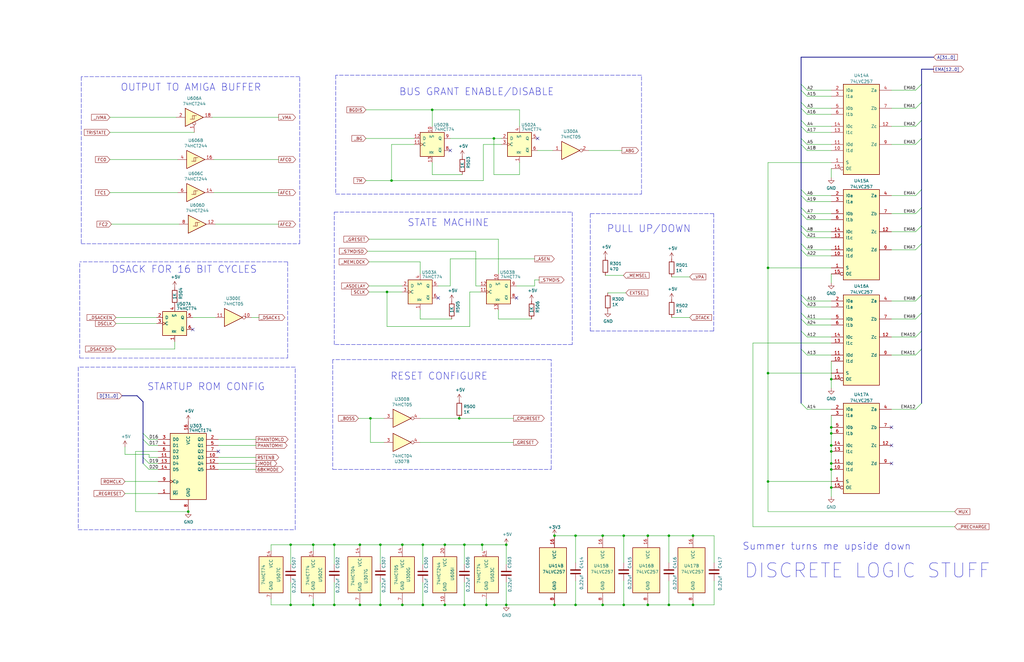
<source format=kicad_sch>
(kicad_sch (version 20211123) (generator eeschema)
  (paper "B")
  (junction (at 350.52 198.12))
  (junction (at 178.308 229.87))
  (junction (at 254.127 226.06))
  (junction (at 350.52 180.34))
  (junction (at 205.105 255.27))
  (junction (at 195.834 229.87))
  (junction (at 213.487 255.27))
  (junction (at 292.227 255.27))
  (junction (at 282.067 255.27))
  (junction (at 323.85 157.48))
  (junction (at 187.579 229.87))
  (junction (at 242.697 255.27))
  (junction (at 203.327 229.87))
  (junction (at 151.765 255.27))
  (junction (at 195.834 255.27))
  (junction (at 122.555 229.87))
  (junction (at 323.85 203.2))
  (junction (at 292.227 226.06))
  (junction (at 182.245 46.355))
  (junction (at 156.21 176.53))
  (junction (at 163.195 123.19))
  (junction (at 350.52 182.88))
  (junction (at 323.85 113.03))
  (junction (at 233.807 226.06))
  (junction (at 160.401 229.87))
  (junction (at 79.375 215.9))
  (junction (at 213.487 229.87))
  (junction (at 233.807 255.27))
  (junction (at 169.672 229.87))
  (junction (at 350.52 187.96))
  (junction (at 132.08 229.87))
  (junction (at 350.52 205.74))
  (junction (at 254.127 255.27))
  (junction (at 169.672 255.27))
  (junction (at 263.017 255.27))
  (junction (at 132.08 255.27))
  (junction (at 263.017 226.06))
  (junction (at 282.067 226.06))
  (junction (at 178.308 255.27))
  (junction (at 350.52 195.58))
  (junction (at 140.97 255.27))
  (junction (at 140.97 229.87))
  (junction (at 187.579 255.27))
  (junction (at 242.697 226.06))
  (junction (at 273.177 255.27))
  (junction (at 273.177 226.06))
  (junction (at 350.52 160.02))
  (junction (at 350.52 190.5))
  (junction (at 208.28 58.42))
  (junction (at 160.401 255.27))
  (junction (at 122.555 255.27))
  (junction (at 165.1 76.2))
  (junction (at 193.675 176.53))
  (junction (at 151.765 229.87))
  (no_connect (at 81.28 139.065))
  (no_connect (at 189.865 63.5))
  (no_connect (at 226.695 58.42))
  (no_connect (at 92.075 190.5))
  (no_connect (at 184.785 125.73))
  (no_connect (at 217.805 125.73))
  (no_connect (at 375.92 195.58))
  (no_connect (at 375.92 187.96))
  (no_connect (at 375.92 180.34))
  (bus_entry (at 386.08 105.41) (size 2.54 -2.54))
  (bus_entry (at 340.36 137.16) (size -2.54 -2.54))
  (bus_entry (at 340.36 63.5) (size -2.54 -2.54))
  (bus_entry (at 386.08 53.34) (size 2.54 -2.54))
  (bus_entry (at 340.36 134.62) (size -2.54 -2.54))
  (bus_entry (at 386.08 38.1) (size 2.54 -2.54))
  (bus_entry (at 340.36 92.71) (size -2.54 -2.54))
  (bus_entry (at 340.36 38.1) (size -2.54 -2.54))
  (bus_entry (at 386.08 97.79) (size 2.54 -2.54))
  (bus_entry (at 340.36 107.95) (size -2.54 -2.54))
  (bus_entry (at 62.865 195.58) (size -2.54 -2.54))
  (bus_entry (at 340.36 90.17) (size -2.54 -2.54))
  (bus_entry (at 386.08 127) (size 2.54 -2.54))
  (bus_entry (at 340.36 100.33) (size -2.54 -2.54))
  (bus_entry (at 340.36 48.26) (size -2.54 -2.54))
  (bus_entry (at 340.36 53.34) (size -2.54 -2.54))
  (bus_entry (at 340.36 85.09) (size -2.54 -2.54))
  (bus_entry (at 340.36 149.86) (size -2.54 -2.54))
  (bus_entry (at 62.865 187.96) (size -2.54 -2.54))
  (bus_entry (at 386.08 82.55) (size 2.54 -2.54))
  (bus_entry (at 340.36 45.72) (size -2.54 -2.54))
  (bus_entry (at 340.36 97.79) (size -2.54 -2.54))
  (bus_entry (at 340.36 60.96) (size -2.54 -2.54))
  (bus_entry (at 340.36 127) (size -2.54 -2.54))
  (bus_entry (at 386.08 172.72) (size 2.54 -2.54))
  (bus_entry (at 386.08 45.72) (size 2.54 -2.54))
  (bus_entry (at 386.08 60.96) (size 2.54 -2.54))
  (bus_entry (at 386.08 90.17) (size 2.54 -2.54))
  (bus_entry (at 386.08 134.62) (size 2.54 -2.54))
  (bus_entry (at 340.36 55.88) (size -2.54 -2.54))
  (bus_entry (at 340.36 142.24) (size -2.54 -2.54))
  (bus_entry (at 62.865 198.12) (size -2.54 -2.54))
  (bus_entry (at 340.36 129.54) (size -2.54 -2.54))
  (bus_entry (at 340.36 82.55) (size -2.54 -2.54))
  (bus_entry (at 386.08 149.86) (size 2.54 -2.54))
  (bus_entry (at 340.36 172.72) (size -2.54 -2.54))
  (bus_entry (at 340.36 40.64) (size -2.54 -2.54))
  (bus_entry (at 386.08 142.24) (size 2.54 -2.54))
  (bus_entry (at 340.36 105.41) (size -2.54 -2.54))
  (bus_entry (at 62.865 185.42) (size -2.54 -2.54))
  (wire (pts (xy 178.308 255.27) (xy 187.579 255.27)))
  (wire (pts (xy 263.017 245.11) (xy 263.017 255.27)))
  (wire (pts (xy 122.555 245.745) (xy 122.555 255.27)))
  (polyline (pts (xy 270.51 31.75) (xy 141.605 31.75)))
  (bus (pts (xy 60.325 185.42) (xy 60.325 193.04)))
  (wire (pts (xy 203.327 229.87) (xy 195.834 229.87)))
  (bus (pts (xy 337.82 35.56) (xy 337.82 38.1)))
  (wire (pts (xy 151.765 229.87) (xy 160.401 229.87)))
  (wire (pts (xy 375.92 90.17) (xy 386.08 90.17)))
  (bus (pts (xy 337.82 24.13) (xy 337.82 35.56)))
  (wire (pts (xy 213.487 238.125) (xy 213.487 229.87)))
  (bus (pts (xy 337.82 87.63) (xy 337.82 90.17)))
  (polyline (pts (xy 270.51 81.915) (xy 270.51 31.75)))
  (bus (pts (xy 337.82 50.8) (xy 337.82 53.34)))
  (polyline (pts (xy 241.3 145.415) (xy 140.97 145.415)))
  (bus (pts (xy 393.7 24.13) (xy 337.82 24.13)))
  (wire (pts (xy 282.067 245.11) (xy 282.067 255.27)))
  (wire (pts (xy 219.075 73.66) (xy 219.075 68.58)))
  (wire (pts (xy 340.36 105.41) (xy 350.52 105.41)))
  (bus (pts (xy 388.62 43.18) (xy 388.62 35.56)))
  (wire (pts (xy 195.834 245.745) (xy 195.834 255.27)))
  (wire (pts (xy 90.805 94.615) (xy 117.475 94.615)))
  (polyline (pts (xy 300.99 90.17) (xy 248.92 90.17)))
  (wire (pts (xy 156.21 176.53) (xy 156.21 186.69)))
  (wire (pts (xy 178.308 229.87) (xy 187.579 229.87)))
  (wire (pts (xy 340.36 55.88) (xy 350.52 55.88)))
  (wire (pts (xy 187.579 255.27) (xy 195.834 255.27)))
  (wire (pts (xy 114.3 255.27) (xy 114.3 252.73)))
  (wire (pts (xy 92.075 195.58) (xy 107.95 195.58)))
  (polyline (pts (xy 232.41 198.12) (xy 232.41 151.765)))
  (wire (pts (xy 375.92 60.96) (xy 386.08 60.96)))
  (wire (pts (xy 242.697 245.11) (xy 242.697 255.27)))
  (wire (pts (xy 340.36 63.5) (xy 350.52 63.5)))
  (wire (pts (xy 290.83 116.84) (xy 283.21 116.84)))
  (wire (pts (xy 140.97 229.87) (xy 140.97 238.125)))
  (wire (pts (xy 242.697 255.27) (xy 254.127 255.27)))
  (wire (pts (xy 340.36 90.17) (xy 350.52 90.17)))
  (wire (pts (xy 282.067 226.06) (xy 282.067 237.49)))
  (wire (pts (xy 177.165 115.57) (xy 177.165 110.49)))
  (wire (pts (xy 248.285 63.5) (xy 262.255 63.5)))
  (wire (pts (xy 177.165 130.81) (xy 177.165 134.62)))
  (wire (pts (xy 182.245 68.58) (xy 182.245 73.66)))
  (wire (pts (xy 323.85 203.2) (xy 350.52 203.2)))
  (wire (pts (xy 200.66 106.045) (xy 200.66 120.65)))
  (wire (pts (xy 122.555 255.27) (xy 114.3 255.27)))
  (wire (pts (xy 208.28 73.66) (xy 219.075 73.66)))
  (wire (pts (xy 217.805 120.65) (xy 225.425 120.65)))
  (wire (pts (xy 62.865 191.77) (xy 52.705 191.77)))
  (wire (pts (xy 323.85 68.58) (xy 323.85 113.03)))
  (wire (pts (xy 323.85 157.48) (xy 323.85 203.2)))
  (wire (pts (xy 81.915 55.88) (xy 46.355 55.88)))
  (bus (pts (xy 388.62 132.08) (xy 388.62 124.46)))
  (wire (pts (xy 350.52 160.02) (xy 350.52 163.83)))
  (wire (pts (xy 340.36 100.33) (xy 350.52 100.33)))
  (wire (pts (xy 225.425 109.22) (xy 189.865 109.22)))
  (wire (pts (xy 184.785 120.65) (xy 189.865 120.65)))
  (wire (pts (xy 292.227 226.06) (xy 282.067 226.06)))
  (wire (pts (xy 177.165 186.69) (xy 216.535 186.69)))
  (wire (pts (xy 340.36 60.96) (xy 350.52 60.96)))
  (wire (pts (xy 165.1 60.96) (xy 165.1 76.2)))
  (wire (pts (xy 340.36 45.72) (xy 350.52 45.72)))
  (wire (pts (xy 169.545 123.19) (xy 163.195 123.19)))
  (wire (pts (xy 292.227 255.27) (xy 301.117 255.27)))
  (bus (pts (xy 388.62 139.7) (xy 388.62 132.08)))
  (wire (pts (xy 132.08 252.73) (xy 132.08 255.27)))
  (wire (pts (xy 169.672 229.87) (xy 178.308 229.87)))
  (bus (pts (xy 388.62 35.56) (xy 388.62 29.21)))
  (wire (pts (xy 350.52 180.34) (xy 350.52 182.88)))
  (wire (pts (xy 375.92 97.79) (xy 386.08 97.79)))
  (wire (pts (xy 350.52 152.4) (xy 350.52 160.02)))
  (wire (pts (xy 340.36 149.86) (xy 350.52 149.86)))
  (bus (pts (xy 337.82 90.17) (xy 337.82 95.25)))
  (wire (pts (xy 340.36 48.26) (xy 350.52 48.26)))
  (polyline (pts (xy 126.365 102.87) (xy 126.365 32.385)))
  (bus (pts (xy 337.82 105.41) (xy 337.82 124.46)))
  (bus (pts (xy 337.82 147.32) (xy 337.82 170.18)))
  (wire (pts (xy 375.92 172.72) (xy 386.08 172.72)))
  (bus (pts (xy 337.82 45.72) (xy 337.82 50.8)))
  (wire (pts (xy 340.36 127) (xy 350.52 127)))
  (wire (pts (xy 165.1 76.2) (xy 154.305 76.2)))
  (wire (pts (xy 73.66 147.32) (xy 48.895 147.32)))
  (bus (pts (xy 60.325 169.545) (xy 60.325 182.88)))
  (wire (pts (xy 182.245 53.34) (xy 182.245 46.355)))
  (wire (pts (xy 340.36 38.1) (xy 350.52 38.1)))
  (wire (pts (xy 340.36 137.16) (xy 350.52 137.16)))
  (wire (pts (xy 177.165 110.49) (xy 155.575 110.49)))
  (wire (pts (xy 242.697 226.06) (xy 242.697 237.49)))
  (bus (pts (xy 337.82 134.62) (xy 337.82 139.7)))
  (wire (pts (xy 132.08 255.27) (xy 140.97 255.27)))
  (wire (pts (xy 178.308 245.745) (xy 178.308 255.27)))
  (wire (pts (xy 375.92 53.34) (xy 386.08 53.34)))
  (wire (pts (xy 66.675 185.42) (xy 62.865 185.42)))
  (bus (pts (xy 337.82 124.46) (xy 337.82 127)))
  (wire (pts (xy 263.017 226.06) (xy 254.127 226.06)))
  (wire (pts (xy 66.675 193.04) (xy 62.865 193.04)))
  (bus (pts (xy 388.62 95.25) (xy 388.62 87.63)))
  (wire (pts (xy 160.401 229.87) (xy 169.672 229.87)))
  (wire (pts (xy 140.97 255.27) (xy 151.765 255.27)))
  (wire (pts (xy 81.28 133.985) (xy 90.805 133.985)))
  (wire (pts (xy 89.535 49.53) (xy 117.475 49.53)))
  (wire (pts (xy 208.28 58.42) (xy 208.28 73.66)))
  (wire (pts (xy 210.185 130.81) (xy 210.185 134.62)))
  (wire (pts (xy 375.92 38.1) (xy 386.08 38.1)))
  (wire (pts (xy 350.52 144.78) (xy 317.5 144.78)))
  (wire (pts (xy 323.85 113.03) (xy 350.52 113.03)))
  (wire (pts (xy 169.672 255.27) (xy 178.308 255.27)))
  (bus (pts (xy 388.62 87.63) (xy 388.62 80.01)))
  (wire (pts (xy 210.185 134.62) (xy 224.155 134.62)))
  (wire (pts (xy 323.85 203.2) (xy 323.85 215.9)))
  (wire (pts (xy 226.695 63.5) (xy 233.045 63.5)))
  (wire (pts (xy 114.3 229.87) (xy 114.3 232.41)))
  (wire (pts (xy 202.565 120.65) (xy 200.66 120.65)))
  (polyline (pts (xy 232.41 151.765) (xy 140.335 151.765)))
  (wire (pts (xy 92.075 185.42) (xy 107.95 185.42)))
  (polyline (pts (xy 140.335 151.765) (xy 140.335 198.12)))
  (wire (pts (xy 92.075 198.12) (xy 107.95 198.12)))
  (wire (pts (xy 263.906 123.571) (xy 256.286 123.571)))
  (wire (pts (xy 66.675 190.5) (xy 57.15 190.5)))
  (wire (pts (xy 75.565 94.615) (xy 46.99 94.615)))
  (polyline (pts (xy 33.655 151.13) (xy 121.285 151.13)))
  (wire (pts (xy 195.834 238.125) (xy 195.834 229.87)))
  (bus (pts (xy 57.785 167.005) (xy 60.325 169.545)))
  (polyline (pts (xy 141.605 81.915) (xy 270.51 81.915)))
  (wire (pts (xy 73.66 144.145) (xy 73.66 147.32)))
  (wire (pts (xy 66.675 198.12) (xy 62.865 198.12)))
  (wire (pts (xy 350.52 71.12) (xy 350.52 74.93)))
  (wire (pts (xy 233.807 255.27) (xy 242.697 255.27)))
  (wire (pts (xy 263.017 255.27) (xy 273.177 255.27)))
  (wire (pts (xy 163.195 123.19) (xy 155.575 123.19)))
  (polyline (pts (xy 241.3 89.535) (xy 241.3 145.415)))
  (polyline (pts (xy 33.02 154.94) (xy 33.02 223.52)))
  (polyline (pts (xy 140.335 198.12) (xy 232.41 198.12)))
  (wire (pts (xy 254.127 255.27) (xy 263.017 255.27)))
  (wire (pts (xy 203.835 60.96) (xy 203.835 76.2)))
  (polyline (pts (xy 124.46 223.52) (xy 124.46 154.94)))
  (wire (pts (xy 140.97 245.745) (xy 140.97 255.27)))
  (wire (pts (xy 92.075 187.96) (xy 107.95 187.96)))
  (wire (pts (xy 219.075 53.34) (xy 219.075 46.355)))
  (wire (pts (xy 182.245 46.355) (xy 154.305 46.355)))
  (bus (pts (xy 388.62 58.42) (xy 388.62 50.8)))
  (wire (pts (xy 160.401 245.618) (xy 160.401 255.27)))
  (wire (pts (xy 213.487 255.27) (xy 213.487 245.745)))
  (wire (pts (xy 340.36 53.34) (xy 350.52 53.34)))
  (bus (pts (xy 337.82 38.1) (xy 337.82 43.18)))
  (polyline (pts (xy 34.29 102.87) (xy 126.365 102.87)))
  (wire (pts (xy 323.85 113.03) (xy 323.85 157.48)))
  (wire (pts (xy 198.12 137.795) (xy 163.195 137.795)))
  (wire (pts (xy 211.455 60.96) (xy 203.835 60.96)))
  (wire (pts (xy 375.92 149.86) (xy 386.08 149.86)))
  (wire (pts (xy 213.487 255.27) (xy 233.807 255.27)))
  (wire (pts (xy 213.487 229.87) (xy 203.327 229.87)))
  (wire (pts (xy 340.36 40.64) (xy 350.52 40.64)))
  (wire (pts (xy 66.04 133.985) (xy 48.895 133.985)))
  (polyline (pts (xy 121.285 151.13) (xy 121.285 110.49)))
  (wire (pts (xy 132.08 229.87) (xy 132.08 232.41)))
  (wire (pts (xy 169.545 120.65) (xy 155.575 120.65)))
  (bus (pts (xy 337.82 127) (xy 337.82 132.08)))
  (polyline (pts (xy 140.97 89.535) (xy 241.3 89.535)))
  (wire (pts (xy 203.835 76.2) (xy 165.1 76.2)))
  (polyline (pts (xy 248.92 139.7) (xy 300.99 139.7)))
  (wire (pts (xy 263.017 226.06) (xy 263.017 237.49)))
  (bus (pts (xy 337.82 132.08) (xy 337.82 134.62)))
  (wire (pts (xy 92.075 193.04) (xy 107.95 193.04)))
  (wire (pts (xy 208.28 58.42) (xy 211.455 58.42)))
  (bus (pts (xy 337.82 102.87) (xy 337.82 105.41)))
  (wire (pts (xy 193.675 176.53) (xy 216.535 176.53)))
  (wire (pts (xy 74.93 67.31) (xy 46.355 67.31)))
  (wire (pts (xy 375.92 105.41) (xy 386.08 105.41)))
  (wire (pts (xy 340.36 92.71) (xy 350.52 92.71)))
  (wire (pts (xy 66.675 203.2) (xy 52.705 203.2)))
  (wire (pts (xy 74.295 49.53) (xy 46.355 49.53)))
  (polyline (pts (xy 121.285 110.49) (xy 33.655 110.49)))
  (wire (pts (xy 189.865 109.22) (xy 189.865 120.65)))
  (wire (pts (xy 317.5 222.25) (xy 402.59 222.25)))
  (bus (pts (xy 388.62 50.8) (xy 388.62 43.18)))
  (wire (pts (xy 350.52 190.5) (xy 350.52 195.58)))
  (bus (pts (xy 337.82 82.55) (xy 337.82 87.63)))
  (bus (pts (xy 337.82 58.42) (xy 337.82 60.96)))
  (polyline (pts (xy 33.02 223.52) (xy 124.46 223.52)))
  (wire (pts (xy 350.52 182.88) (xy 350.52 187.96)))
  (wire (pts (xy 74.93 81.28) (xy 46.355 81.28)))
  (bus (pts (xy 337.82 53.34) (xy 337.82 58.42)))
  (wire (pts (xy 132.08 229.87) (xy 122.555 229.87)))
  (wire (pts (xy 90.17 81.28) (xy 117.475 81.28)))
  (wire (pts (xy 52.705 191.77) (xy 52.705 188.595)))
  (wire (pts (xy 282.067 226.06) (xy 273.177 226.06)))
  (wire (pts (xy 340.36 82.55) (xy 350.52 82.55)))
  (wire (pts (xy 202.565 123.19) (xy 198.12 123.19)))
  (wire (pts (xy 151.765 255.27) (xy 160.401 255.27)))
  (wire (pts (xy 273.177 255.27) (xy 282.067 255.27)))
  (wire (pts (xy 195.834 255.27) (xy 205.105 255.27)))
  (wire (pts (xy 317.5 144.78) (xy 317.5 222.25)))
  (wire (pts (xy 106.045 133.985) (xy 109.22 133.985)))
  (bus (pts (xy 337.82 95.25) (xy 337.82 97.79)))
  (wire (pts (xy 177.165 176.53) (xy 193.675 176.53)))
  (wire (pts (xy 301.117 255.27) (xy 301.117 245.11)))
  (wire (pts (xy 254.127 226.06) (xy 242.697 226.06)))
  (bus (pts (xy 51.435 167.005) (xy 57.785 167.005)))
  (wire (pts (xy 66.04 136.525) (xy 48.895 136.525)))
  (wire (pts (xy 182.245 73.66) (xy 194.945 73.66)))
  (bus (pts (xy 337.82 43.18) (xy 337.82 45.72)))
  (wire (pts (xy 140.97 229.87) (xy 132.08 229.87)))
  (wire (pts (xy 350.52 195.58) (xy 350.52 198.12)))
  (wire (pts (xy 205.105 255.27) (xy 213.487 255.27)))
  (wire (pts (xy 174.625 58.42) (xy 154.305 58.42)))
  (bus (pts (xy 337.82 139.7) (xy 337.82 147.32)))
  (wire (pts (xy 163.195 137.795) (xy 163.195 123.19)))
  (wire (pts (xy 122.555 229.87) (xy 122.555 238.125)))
  (wire (pts (xy 340.36 107.95) (xy 350.52 107.95)))
  (bus (pts (xy 337.82 60.96) (xy 337.82 80.01)))
  (wire (pts (xy 198.12 123.19) (xy 198.12 137.795)))
  (polyline (pts (xy 33.655 111.125) (xy 33.655 151.13)))
  (wire (pts (xy 66.675 187.96) (xy 62.865 187.96)))
  (wire (pts (xy 340.36 97.79) (xy 350.52 97.79)))
  (wire (pts (xy 156.21 176.53) (xy 151.13 176.53)))
  (polyline (pts (xy 124.46 154.94) (xy 33.02 154.94)))
  (wire (pts (xy 375.92 45.72) (xy 386.08 45.72)))
  (wire (pts (xy 340.36 134.62) (xy 350.52 134.62)))
  (wire (pts (xy 210.185 115.57) (xy 210.185 100.965)))
  (wire (pts (xy 301.117 237.49) (xy 301.117 226.06)))
  (wire (pts (xy 151.765 229.87) (xy 140.97 229.87)))
  (polyline (pts (xy 126.365 32.385) (xy 34.29 32.385)))
  (wire (pts (xy 290.83 133.985) (xy 283.21 133.985)))
  (wire (pts (xy 225.425 118.11) (xy 225.425 120.65)))
  (wire (pts (xy 132.08 255.27) (xy 122.555 255.27)))
  (wire (pts (xy 203.327 232.41) (xy 203.327 229.87)))
  (wire (pts (xy 178.308 238.125) (xy 178.308 229.87)))
  (wire (pts (xy 90.17 67.31) (xy 117.475 67.31)))
  (wire (pts (xy 323.85 157.48) (xy 350.52 157.48)))
  (wire (pts (xy 160.401 229.87) (xy 160.401 237.998)))
  (wire (pts (xy 66.675 195.58) (xy 62.865 195.58)))
  (wire (pts (xy 375.92 134.62) (xy 386.08 134.62)))
  (wire (pts (xy 340.36 172.72) (xy 350.52 172.72)))
  (wire (pts (xy 66.675 208.28) (xy 52.705 208.28)))
  (wire (pts (xy 154.94 106.045) (xy 200.66 106.045)))
  (wire (pts (xy 375.92 82.55) (xy 386.08 82.55)))
  (wire (pts (xy 210.185 100.965) (xy 155.575 100.965)))
  (wire (pts (xy 174.625 60.96) (xy 165.1 60.96)))
  (wire (pts (xy 340.36 85.09) (xy 350.52 85.09)))
  (polyline (pts (xy 140.97 145.415) (xy 140.97 89.535)))
  (wire (pts (xy 273.177 226.06) (xy 263.017 226.06)))
  (polyline (pts (xy 300.99 139.7) (xy 300.99 90.17)))
  (wire (pts (xy 57.15 190.5) (xy 57.15 215.9)))
  (wire (pts (xy 282.067 255.27) (xy 292.227 255.27)))
  (wire (pts (xy 62.865 193.04) (xy 62.865 191.77)))
  (wire (pts (xy 205.105 252.73) (xy 205.105 255.27)))
  (bus (pts (xy 388.62 147.32) (xy 388.62 139.7)))
  (wire (pts (xy 301.117 226.06) (xy 292.227 226.06)))
  (polyline (pts (xy 141.605 31.75) (xy 141.605 81.915)))
  (wire (pts (xy 350.52 205.74) (xy 350.52 209.55)))
  (wire (pts (xy 161.925 186.69) (xy 156.21 186.69)))
  (bus (pts (xy 388.62 80.01) (xy 388.62 58.42)))
  (wire (pts (xy 375.92 127) (xy 386.08 127)))
  (bus (pts (xy 60.325 193.04) (xy 60.325 195.58)))
  (wire (pts (xy 350.52 187.96) (xy 350.52 190.5)))
  (wire (pts (xy 219.075 46.355) (xy 182.245 46.355)))
  (wire (pts (xy 323.85 215.9) (xy 402.59 215.9)))
  (bus (pts (xy 60.325 182.88) (xy 60.325 185.42)))
  (bus (pts (xy 337.82 97.79) (xy 337.82 102.87)))
  (bus (pts (xy 388.62 124.46) (xy 388.62 102.87)))
  (wire (pts (xy 161.925 176.53) (xy 156.21 176.53)))
  (bus (pts (xy 337.82 80.01) (xy 337.82 82.55)))
  (bus (pts (xy 388.62 29.21) (xy 393.7 29.21)))
  (wire (pts (xy 79.375 215.9) (xy 57.15 215.9)))
  (wire (pts (xy 177.165 134.62) (xy 190.5 134.62)))
  (wire (pts (xy 227.33 118.11) (xy 225.425 118.11)))
  (wire (pts (xy 262.89 116.205) (xy 255.27 116.205)))
  (wire (pts (xy 122.555 229.87) (xy 114.3 229.87)))
  (wire (pts (xy 375.92 142.24) (xy 386.08 142.24)))
  (polyline (pts (xy 34.29 32.385) (xy 34.29 102.87)))
  (wire (pts (xy 340.36 129.54) (xy 350.52 129.54)))
  (bus (pts (xy 388.62 102.87) (xy 388.62 95.25)))
  (bus (pts (xy 388.62 170.18) (xy 388.62 147.32)))
  (wire (pts (xy 187.579 229.87) (xy 195.834 229.87)))
  (wire (pts (xy 160.401 255.27) (xy 169.672 255.27)))
  (wire (pts (xy 340.36 142.24) (xy 350.52 142.24)))
  (wire (pts (xy 350.52 115.57) (xy 350.52 119.38)))
  (wire (pts (xy 189.865 58.42) (xy 208.28 58.42)))
  (wire (pts (xy 350.52 198.12) (xy 350.52 205.74)))
  (wire (pts (xy 242.697 226.06) (xy 233.807 226.06)))
  (wire (pts (xy 350.52 68.58) (xy 323.85 68.58)))
  (wire (pts (xy 350.52 175.26) (xy 350.52 180.34)))
  (polyline (pts (xy 248.92 90.17) (xy 248.92 139.7)))
  (text "STARTUP ROM CONFIG" (at 111.76 165.1 180) (effects (font (size 2.9972 2.9972)) (justify right bottom)))
  (text "PULL UP/DOWN" (at 255.905 98.425 0) (effects (font (size 2.9972 2.9972)) (justify left bottom)))
  (text "RESET CONFIGURE" (at 205.74 160.655 180) (effects (font (size 2.9972 2.9972)) (justify right bottom)))
  (text "Summer turns me upside down" (at 313.055 232.41 0) (effects (font (size 2.9972 2.9972)) (justify left bottom)))
  (text "DSACK FOR 16 BIT CYCLES" (at 46.99 115.57 0) (effects (font (size 2.9972 2.9972)) (justify left bottom)))
  (text "DISCRETE LOGIC STUFF" (at 313.69 244.475 0) (effects (font (size 5.9944 5.9944)) (justify left bottom)))
  (text "OUTPUT TO AMIGA BUFFER" (at 50.8 38.735 0) (effects (font (size 2.9972 2.9972)) (justify left bottom)))
  (text "BUS GRANT ENABLE/DISABLE" (at 168.275 40.64 0) (effects (font (size 2.9972 2.9972)) (justify left bottom)))
  (text "STATE MACHINE" (at 206.375 95.885 180) (effects (font (size 2.9972 2.9972)) (justify right bottom)))
  (label "A23" (at 340.36 129.54 0))
  (label "EMA11" (at 386.08 149.86 180))
  (label "A12" (at 340.36 142.24 0))
  (label "A14" (at 340.36 172.72 0))
  (label "A19" (at 340.36 85.09 0))
  (label "EMA10" (at 386.08 142.24 180))
  (label "D17" (at 62.865 187.96 0) (effects (font (size 1.2954 1.2954))))
  (label "EMA3" (at 386.08 60.96 180))
  (label "A16" (at 340.36 48.26 0))
  (label "A18" (at 340.36 63.5 0))
  (label "A2" (at 340.36 38.1 0))
  (label "A24" (at 340.36 137.16 0))
  (label "EMA1" (at 386.08 45.72 180))
  (label "EMA2" (at 386.08 53.34 180))
  (label "A13" (at 340.36 149.86 0))
  (label "A9" (at 340.36 105.41 0))
  (label "EMA6" (at 386.08 97.79 180))
  (label "A7" (at 340.36 90.17 0))
  (label "A10" (at 340.36 127 0))
  (label "EMA7" (at 386.08 105.41 180))
  (label "D16" (at 62.865 185.42 0) (effects (font (size 1.2954 1.2954))))
  (label "A8" (at 340.36 97.79 0))
  (label "A3" (at 340.36 45.72 0))
  (label "A4" (at 340.36 53.34 0))
  (label "EMA4" (at 386.08 82.55 180))
  (label "A20" (at 340.36 92.71 0))
  (label "A21" (at 340.36 100.33 0))
  (label "A5" (at 340.36 60.96 0))
  (label "A22" (at 340.36 107.95 0))
  (label "EMA0" (at 386.08 38.1 180))
  (label "D19" (at 62.865 195.58 0) (effects (font (size 1.2954 1.2954))))
  (label "EMA9" (at 386.08 134.62 180))
  (label "A17" (at 340.36 55.88 0))
  (label "A6" (at 340.36 82.55 0))
  (label "EMA8" (at 386.08 127 180))
  (label "D20" (at 62.865 198.12 0) (effects (font (size 1.2954 1.2954))))
  (label "A11" (at 340.36 134.62 0))
  (label "EMA5" (at 386.08 90.17 180))
  (label "A15" (at 340.36 40.64 0))
  (label "EMA12" (at 386.08 172.72 180))
  (global_label "ROMCLK" (shape input) (at 52.705 203.2 180) (property "Intersheet References" "${INTERSHEET_REFS}" (effects hide)))
  (global_label "_REGRESET" (shape input) (at 52.705 208.28 180) (effects (font (size 1.2954 1.2954))) (property "Intersheet References" "${INTERSHEET_REFS}" (effects hide)))
  (global_label "_DTACK" (shape input) (at 290.83 133.985 0) (property "Intersheet References" "${INTERSHEET_REFS}" (effects hide)))
  (global_label "_GRESET" (shape input) (at 155.575 100.965 180) (effects (font (size 1.2954 1.2954))) (property "Intersheet References" "${INTERSHEET_REFS}" (effects hide)))
  (global_label "DSCLK" (shape input) (at 48.895 136.525 180) (effects (font (size 1.2954 1.2954))) (property "Intersheet References" "${INTERSHEET_REFS}" (effects hide)))
  (global_label "_VMA" (shape output) (at 117.475 49.53 0) (effects (font (size 1.2954 1.2954))) (property "Intersheet References" "${INTERSHEET_REFS}" (effects hide)))
  (global_label "MUX" (shape input) (at 402.59 215.9 0) (property "Intersheet References" "${INTERSHEET_REFS}" (effects hide)))
  (global_label "_MEMLOCK" (shape input) (at 155.575 110.49 180) (effects (font (size 1.2954 1.2954))) (property "Intersheet References" "${INTERSHEET_REFS}" (effects hide)))
  (global_label "_DSACKDIS" (shape input) (at 48.895 147.32 180) (effects (font (size 1.2954 1.2954))) (property "Intersheet References" "${INTERSHEET_REFS}" (effects hide)))
  (global_label "FC0" (shape input) (at 46.355 67.31 180) (effects (font (size 1.2954 1.2954))) (property "Intersheet References" "${INTERSHEET_REFS}" (effects hide)))
  (global_label "_IVMA" (shape input) (at 46.355 49.53 180) (effects (font (size 1.2954 1.2954))) (property "Intersheet References" "${INTERSHEET_REFS}" (effects hide)))
  (global_label "_BOSS" (shape input) (at 151.13 176.53 180) (property "Intersheet References" "${INTERSHEET_REFS}" (effects hide)))
  (global_label "_ASDELAY" (shape input) (at 155.575 120.65 180) (effects (font (size 1.2954 1.2954))) (property "Intersheet References" "${INTERSHEET_REFS}" (effects hide)))
  (global_label "RSTENB" (shape output) (at 107.95 193.04 0) (property "Intersheet References" "${INTERSHEET_REFS}" (effects hide)))
  (global_label "EXTSEL" (shape input) (at 263.906 123.571 0) (effects (font (size 1.2954 1.2954))) (property "Intersheet References" "${INTERSHEET_REFS}" (effects hide)))
  (global_label "AFC0" (shape output) (at 117.475 67.31 0) (effects (font (size 1.2954 1.2954))) (property "Intersheet References" "${INTERSHEET_REFS}" (effects hide)))
  (global_label "SCLK" (shape input) (at 155.575 123.19 180) (effects (font (size 1.2954 1.2954))) (property "Intersheet References" "${INTERSHEET_REFS}" (effects hide)))
  (global_label "_VPA" (shape input) (at 290.83 116.84 0) (property "Intersheet References" "${INTERSHEET_REFS}" (effects hide)))
  (global_label "_ABG" (shape output) (at 262.255 63.5 0) (property "Intersheet References" "${INTERSHEET_REFS}" (effects hide)))
  (global_label "_MEMSEL" (shape input) (at 262.89 116.205 0) (property "Intersheet References" "${INTERSHEET_REFS}" (effects hide)))
  (global_label "7M" (shape input) (at 154.305 76.2 180) (property "Intersheet References" "${INTERSHEET_REFS}" (effects hide)))
  (global_label "68KMODE" (shape output) (at 107.95 198.12 0) (effects (font (size 1.2954 1.2954))) (property "Intersheet References" "${INTERSHEET_REFS}" (effects hide)))
  (global_label "FC2" (shape input) (at 46.99 94.615 180) (effects (font (size 1.2954 1.2954))) (property "Intersheet References" "${INTERSHEET_REFS}" (effects hide)))
  (global_label "_ASEN" (shape output) (at 225.425 109.22 0) (effects (font (size 1.2954 1.2954))) (property "Intersheet References" "${INTERSHEET_REFS}" (effects hide)))
  (global_label "_BG" (shape input) (at 154.305 58.42 180) (property "Intersheet References" "${INTERSHEET_REFS}" (effects hide)))
  (global_label "PHANTOMLO" (shape output) (at 107.95 185.42 0) (property "Intersheet References" "${INTERSHEET_REFS}" (effects hide)))
  (global_label "D[31..0]" (shape input) (at 51.435 167.005 180) (effects (font (size 1.2954 1.2954))) (property "Intersheet References" "${INTERSHEET_REFS}" (effects hide)))
  (global_label "_DSACK1" (shape output) (at 109.22 133.985 0) (effects (font (size 1.2954 1.2954))) (property "Intersheet References" "${INTERSHEET_REFS}" (effects hide)))
  (global_label "_DSACKEN" (shape input) (at 48.895 133.985 180) (effects (font (size 1.2954 1.2954))) (property "Intersheet References" "${INTERSHEET_REFS}" (effects hide)))
  (global_label "PHANTOMHI" (shape output) (at 107.95 187.96 0) (property "Intersheet References" "${INTERSHEET_REFS}" (effects hide)))
  (global_label "FC1" (shape input) (at 46.355 81.28 180) (effects (font (size 1.2954 1.2954))) (property "Intersheet References" "${INTERSHEET_REFS}" (effects hide)))
  (global_label "BGDIS" (shape input) (at 154.305 46.355 180) (property "Intersheet References" "${INTERSHEET_REFS}" (effects hide)))
  (global_label "EMA[12..0]" (shape output) (at 393.7 29.21 0) (property "Intersheet References" "${INTERSHEET_REFS}" (effects hide)))
  (global_label "_GRESET" (shape output) (at 216.535 186.69 0) (property "Intersheet References" "${INTERSHEET_REFS}" (effects hide)))
  (global_label "AFC2" (shape output) (at 117.475 94.615 0) (effects (font (size 1.2954 1.2954))) (property "Intersheet References" "${INTERSHEET_REFS}" (effects hide)))
  (global_label "_S7MDIS" (shape output) (at 227.33 118.11 0) (effects (font (size 1.2954 1.2954))) (property "Intersheet References" "${INTERSHEET_REFS}" (effects hide)))
  (global_label "JMODE" (shape output) (at 107.95 195.58 0) (effects (font (size 1.2954 1.2954))) (property "Intersheet References" "${INTERSHEET_REFS}" (effects hide)))
  (global_label "TRISTATE" (shape input) (at 46.355 55.88 180) (effects (font (size 1.2954 1.2954))) (property "Intersheet References" "${INTERSHEET_REFS}" (effects hide)))
  (global_label "A[31..0]" (shape input) (at 393.7 24.13 0) (property "Intersheet References" "${INTERSHEET_REFS}" (effects hide)))
  (global_label "_CPURESET" (shape output) (at 216.535 176.53 0) (property "Intersheet References" "${INTERSHEET_REFS}" (effects hide)))
  (global_label "AFC1" (shape output) (at 117.475 81.28 0) (effects (font (size 1.2954 1.2954))) (property "Intersheet References" "${INTERSHEET_REFS}" (effects hide)))
  (global_label "_PRECHARGE" (shape input) (at 402.59 222.25 0) (property "Intersheet References" "${INTERSHEET_REFS}" (effects hide)))
  (global_label "_S7MDISD" (shape input) (at 154.94 106.045 180) (effects (font (size 1.2954 1.2954))) (property "Intersheet References" "${INTERSHEET_REFS}" (effects hide)))
  (symbol (lib_id "74xx:74LS74") (at 182.245 60.96 0) (unit 2)
    (property "Reference" "U502" (at 186.055 52.705 0))
    (property "Value" "74HCT74" (at 187.325 54.61 0))
    (property "Footprint" "Package_SO:SOIC-14_3.9x8.7mm_P1.27mm" (effects hide))
    (property "Datasheet" "74xx/74hc_hct74.pdf" (effects hide))
  )
  (symbol (lib_id "74xx:74LS74") (at 219.075 60.96 0) (unit 1)
    (property "Reference" "U502" (at 222.885 52.705 0))
    (property "Value" "74HCT74" (at 224.155 54.61 0))
    (property "Footprint" "Package_SO:SOIC-14_3.9x8.7mm_P1.27mm" (effects hide))
    (property "Datasheet" "74xx/74hc_hct74.pdf" (effects hide))
  )
  (symbol (lib_id "power:+5V") (at 194.945 66.04 0) (unit 1)
    (property "Reference" "#PWR0150" (effects hide))
    (property "Value" "+5V" (at 195.326 61.6458 0))
  )
  (symbol (lib_id "74xx:74LS05") (at 240.665 63.5 0) (unit 1)
    (property "Reference" "U300" (at 240.665 55.4482 0))
    (property "Value" "74HCT05" (at 240.665 57.7596 0))
    (property "Footprint" "Package_SO:SOIC-14_3.9x8.7mm_P1.27mm" (effects hide))
    (property "Datasheet" "http://www.ti.com/lit/gpn/sn74LS05" (effects hide))
  )
  (symbol (lib_id "74xx:74LS05") (at 169.672 242.57 0) (unit 7)
    (property "Reference" "U300" (at 172.212 242.57 90))
    (property "Value" "74HCT05" (at 167.132 242.57 90))
    (property "Footprint" "Package_SO:SOIC-14_3.9x8.7mm_P1.27mm" (effects hide))
    (property "Datasheet" "http://www.ti.com/lit/gpn/sn74LS05" (effects hide))
  )
  (symbol (lib_id "74xx:74LS05") (at 169.545 176.53 0) (unit 2)
    (property "Reference" "U300" (at 169.545 168.4782 0))
    (property "Value" "74HCT05" (at 169.545 170.7896 0))
    (property "Footprint" "Package_SO:SOIC-14_3.9x8.7mm_P1.27mm" (effects hide))
    (property "Datasheet" "http://www.ti.com/lit/gpn/sn74LS05" (effects hide))
  )
  (symbol (lib_id "74xx:74LS04") (at 169.545 186.69 0) (unit 2)
    (property "Reference" "U307" (at 169.545 194.7418 0))
    (property "Value" "74HCT04" (at 169.545 192.4304 0))
    (property "Footprint" "Package_SO:SOIC-14_3.9x8.7mm_P1.27mm" (effects hide))
    (property "Datasheet" "http://www.ti.com/lit/gpn/sn74LS04" (effects hide))
  )
  (symbol (lib_id "Device:R") (at 193.675 172.72 0) (unit 1)
    (property "Reference" "R500" (at 195.453 171.5516 0) (effects (justify left)))
    (property "Value" "1K" (at 195.453 173.863 0) (effects (justify left)))
    (property "Footprint" "Resistor_SMD:R_0805_2012Metric" (effects hide))
  )
  (symbol (lib_id "power:+5V") (at 193.675 168.91 0) (unit 1)
    (property "Reference" "#PWR0151" (effects hide))
    (property "Value" "+5V" (at 194.056 164.5158 0))
  )
  (symbol (lib_id "Device:R") (at 283.21 113.03 0) (unit 1)
    (property "Reference" "R501" (at 284.988 111.8616 0) (effects (justify left)))
    (property "Value" "1K" (at 284.988 114.173 0) (effects (justify left)))
    (property "Footprint" "Resistor_SMD:R_0805_2012Metric" (effects hide))
  )
  (symbol (lib_id "power:+5V") (at 283.21 109.22 0) (unit 1)
    (property "Reference" "#PWR0152" (effects hide))
    (property "Value" "+5V" (at 283.591 104.8258 0))
  )
  (symbol (lib_id "Device:R") (at 283.21 130.175 0) (unit 1)
    (property "Reference" "R502" (at 284.988 129.0066 0) (effects (justify left)))
    (property "Value" "1K" (at 284.988 131.318 0) (effects (justify left)))
    (property "Footprint" "Resistor_SMD:R_0805_2012Metric" (effects hide))
  )
  (symbol (lib_id "power:+5V") (at 283.21 126.365 0) (unit 1)
    (property "Reference" "#PWR0153" (effects hide))
    (property "Value" "+5V" (at 283.591 121.9708 0))
  )
  (symbol (lib_id "74xx:74LS74") (at 73.66 136.525 0) (unit 1)
    (property "Reference" "U507" (at 77.47 128.27 0))
    (property "Value" "74HCT74" (at 78.74 130.175 0))
    (property "Footprint" "Package_SO:SOIC-14_3.9x8.7mm_P1.27mm" (effects hide))
    (property "Datasheet" "74xx/74hc_hct74.pdf" (effects hide))
  )
  (symbol (lib_id "74xx:74LS05") (at 98.425 133.985 0) (unit 5)
    (property "Reference" "U300" (at 98.425 125.9332 0))
    (property "Value" "74HCT05" (at 98.425 128.2446 0))
    (property "Footprint" "Package_SO:SOIC-14_3.9x8.7mm_P1.27mm" (effects hide))
    (property "Datasheet" "http://www.ti.com/lit/gpn/sn74LS05" (effects hide))
  )
  (symbol (lib_id "Device:R") (at 256.286 127.381 0) (unit 1)
    (property "Reference" "R300" (at 258.064 126.2126 0) (effects (justify left)))
    (property "Value" "1K" (at 258.064 128.524 0) (effects (justify left)))
    (property "Footprint" "Resistor_SMD:R_0805_2012Metric" (effects hide))
  )
  (symbol (lib_id "power:GND") (at 256.286 131.191 0) (unit 1)
    (property "Reference" "#PWR04" (effects hide))
    (property "Value" "GND" (at 256.413 135.5852 0))
  )
  (symbol (lib_id "Device:R") (at 255.27 112.395 0) (unit 1)
    (property "Reference" "R301" (at 257.048 111.2266 0) (effects (justify left)))
    (property "Value" "470" (at 257.048 113.538 0) (effects (justify left)))
    (property "Footprint" "Resistor_SMD:R_0805_2012Metric" (effects hide))
  )
  (symbol (lib_id "power:+5V") (at 255.27 108.585 0) (unit 1)
    (property "Reference" "#PWR03" (effects hide))
    (property "Value" "+5V" (at 255.651 104.1908 0))
  )
  (symbol (lib_id "74xx:74LS244_Split") (at 81.915 49.53 0) (unit 1)
    (property "Reference" "U606" (at 81.915 41.4782 0))
    (property "Value" "74HCT244" (at 81.915 43.7896 0))
    (property "Footprint" "Package_SO:SOIC-20W_7.5x12.8mm_P1.27mm" (effects hide))
    (property "Datasheet" "http://www.ti.com/lit/ds/symlink/sn74ls241.pdf" (effects hide))
  )
  (symbol (lib_id "74xx:74LS244_Split") (at 82.55 67.31 0) (unit 2)
    (property "Reference" "U606" (at 82.55 59.2582 0))
    (property "Value" "74HCT244" (at 82.55 61.5696 0))
    (property "Footprint" "Package_SO:SOIC-20W_7.5x12.8mm_P1.27mm" (effects hide))
    (property "Datasheet" "http://www.ti.com/lit/ds/symlink/sn74ls241.pdf" (effects hide))
  )
  (symbol (lib_id "74xx:74LS244_Split") (at 82.55 81.28 0) (unit 3)
    (property "Reference" "U606" (at 82.55 73.2282 0))
    (property "Value" "74HCT244" (at 82.55 75.5396 0))
    (property "Footprint" "Package_SO:SOIC-20W_7.5x12.8mm_P1.27mm" (effects hide))
    (property "Datasheet" "http://www.ti.com/lit/ds/symlink/sn74ls241.pdf" (effects hide))
  )
  (symbol (lib_id "74xx:74LS244_Split") (at 83.185 94.615 0) (unit 4)
    (property "Reference" "U606" (at 83.185 86.5632 0))
    (property "Value" "74HCT244" (at 83.185 88.8746 0))
    (property "Footprint" "Package_SO:SOIC-20W_7.5x12.8mm_P1.27mm" (effects hide))
    (property "Datasheet" "http://www.ti.com/lit/ds/symlink/sn74ls241.pdf" (effects hide))
  )
  (symbol (lib_id "74xx:74LS244_Split") (at 187.579 242.57 0) (unit 9)
    (property "Reference" "U606" (at 190.754 245.11 90) (effects (justify left)))
    (property "Value" "74HCT244" (at 185.039 247.015 90) (effects (justify left)))
    (property "Footprint" "Package_SO:SOIC-20W_7.5x12.8mm_P1.27mm" (effects hide))
    (property "Datasheet" "http://www.ti.com/lit/ds/symlink/sn74ls241.pdf" (effects hide))
  )
  (symbol (lib_id "Device:C") (at 178.308 241.935 0) (unit 1)
    (property "Reference" "C300" (at 179.705 240.03 90) (effects (justify left)))
    (property "Value" "0.22uf" (at 179.705 250.317 90) (effects (justify left)))
    (property "Footprint" "Capacitor_SMD:C_0805_2012Metric" (effects hide))
  )
  (symbol (lib_id "Device:C") (at 195.834 241.935 0) (unit 1)
    (property "Reference" "C606" (at 197.231 239.903 90) (effects (justify left)))
    (property "Value" "0.22uf" (at 197.358 249.936 90) (effects (justify left)))
    (property "Footprint" "Capacitor_SMD:C_0805_2012Metric" (effects hide))
  )
  (symbol (lib_id "Device:C") (at 213.487 241.935 0) (unit 1)
    (property "Reference" "C503" (at 214.884 239.903 90) (effects (justify left)))
    (property "Value" "0.22uf" (at 215.011 249.936 90) (effects (justify left)))
    (property "Footprint" "Capacitor_SMD:C_0805_2012Metric" (effects hide))
  )
  (symbol (lib_id "power:+5V") (at 213.487 229.87 0) (unit 1)
    (property "Reference" "#PWR0103" (effects hide))
    (property "Value" "+5V" (at 213.868 225.4758 0))
  )
  (symbol (lib_id "power:GND") (at 213.487 255.27 0) (unit 1)
    (property "Reference" "#PWR0183" (effects hide))
    (property "Value" "GND" (at 213.614 259.6642 0))
  )
  (symbol (lib_id "74xx:74LS74") (at 177.165 123.19 0) (unit 1)
    (property "Reference" "U503" (at 180.975 114.935 0))
    (property "Value" "74HCT74" (at 182.245 116.84 0))
    (property "Footprint" "Package_SO:SOIC-14_3.9x8.7mm_P1.27mm" (effects hide))
    (property "Datasheet" "74xx/74hc_hct74.pdf" (effects hide))
  )
  (symbol (lib_id "74xx:74LS74") (at 210.185 123.19 0) (unit 2)
    (property "Reference" "U503" (at 213.995 114.935 0))
    (property "Value" "74HCT74" (at 215.265 116.84 0))
    (property "Footprint" "Package_SO:SOIC-14_3.9x8.7mm_P1.27mm" (effects hide))
    (property "Datasheet" "74xx/74hc_hct74.pdf" (effects hide))
  )
  (symbol (lib_id "74xx:74LS74") (at 205.105 242.57 0) (unit 3)
    (property "Reference" "U503" (at 207.645 245.745 90) (effects (justify left)))
    (property "Value" "74HCT74" (at 201.93 246.38 90) (effects (justify left)))
    (property "Footprint" "Package_SO:SOIC-14_3.9x8.7mm_P1.27mm" (effects hide))
    (property "Datasheet" "74xx/74hc_hct74.pdf" (effects hide))
  )
  (symbol (lib_id "74xx:74LS174") (at 79.375 195.58 0) (unit 1)
    (property "Reference" "U303" (at 82.55 179.705 0))
    (property "Value" "74HCT174" (at 84.455 181.61 0))
    (property "Footprint" "Package_SO:SOIC-16_3.9x9.9mm_P1.27mm" (effects hide))
    (property "Datasheet" "http://www.ti.com/lit/gpn/sn74LS174" (effects hide))
  )
  (symbol (lib_id "power:+5V") (at 52.705 188.595 0) (unit 1)
    (property "Reference" "#PWR0145" (effects hide))
    (property "Value" "+5V" (at 53.086 184.2008 0))
  )
  (symbol (lib_id "power:+5V") (at 79.375 177.8 0) (unit 1)
    (property "Reference" "#PWR0146" (effects hide))
    (property "Value" "+5V" (at 79.756 173.4058 0))
  )
  (symbol (lib_id "power:GND") (at 79.375 215.9 0) (unit 1)
    (property "Reference" "#PWR0149" (effects hide))
    (property "Value" "GND" (at 79.502 220.2942 0))
  )
  (symbol (lib_id "power:+5V") (at 224.155 127 0) (unit 1)
    (property "Reference" "#PWR0143" (effects hide))
    (property "Value" "+5V" (at 224.536 122.6058 0))
  )
  (symbol (lib_id "power:GND") (at 350.52 74.93 0) (unit 1)
    (property "Reference" "#PWR0193" (effects hide))
    (property "Value" "GND" (at 350.52 79.3734 0))
  )
  (symbol (lib_id "Device:C") (at 160.401 241.808 0) (unit 1)
    (property "Reference" "C307" (at 161.798 239.903 90) (effects (justify left)))
    (property "Value" "0.22uf" (at 161.798 250.19 90) (effects (justify left)))
    (property "Footprint" "Capacitor_SMD:C_0805_2012Metric" (effects hide))
  )
  (symbol (lib_name "74LVC257_1") (lib_id "N2630:74LVC257") (at 233.807 241.3 0) (unit 2)
    (property "Reference" "U414" (at 231.267 238.76 0) (effects (justify left)))
    (property "Value" "74LVC257" (at 228.727 241.3 0) (effects (justify left)))
    (property "Footprint" "Package_SO:SOIC-16_3.9x9.9mm_P1.27mm" (effects hide))
    (property "Datasheet" "http://www.ti.com/lit/gpn/sn74LS257" (effects hide))
  )
  (symbol (lib_id "Device:C") (at 140.97 241.935 0) (unit 1)
    (property "Reference" "C502" (at 142.367 240.03 90) (effects (justify left)))
    (property "Value" "0.22uf" (at 142.367 250.317 90) (effects (justify left)))
    (property "Footprint" "Capacitor_SMD:C_0805_2012Metric" (effects hide))
  )
  (symbol (lib_id "Device:C") (at 301.117 241.3 0) (unit 1)
    (property "Reference" "C417" (at 303.657 240.03 90) (effects (justify left)))
    (property "Value" "0.22uf" (at 303.657 249.301 90) (effects (justify left)))
    (property "Footprint" "Capacitor_SMD:C_0805_2012Metric" (effects hide))
  )
  (symbol (lib_id "power:GND") (at 350.52 209.55 0) (unit 1)
    (property "Reference" "#PWR0192" (effects hide))
    (property "Value" "GND" (at 350.52 213.9934 0))
  )
  (symbol (lib_id "Device:R") (at 194.945 69.85 0) (unit 1)
    (property "Reference" "R503" (at 197.485 71.12 90) (effects (justify left)))
    (property "Value" "1K" (at 194.945 71.12 90) (effects (justify left)))
    (property "Footprint" "Resistor_SMD:R_0805_2012Metric" (effects hide))
  )
  (symbol (lib_id "74xx:74LS04") (at 151.765 242.57 0) (unit 7)
    (property "Reference" "U307" (at 154.305 243.205 90))
    (property "Value" "74HCT04" (at 148.844 243.078 90))
    (property "Footprint" "Package_SO:SOIC-14_3.9x8.7mm_P1.27mm" (effects hide))
    (property "Datasheet" "http://www.ti.com/lit/gpn/sn74LS04" (effects hide))
  )
  (symbol (lib_id "N2630:74LVC257") (at 363.22 142.24 0) (unit 1)
    (property "Reference" "U416" (at 363.22 120.7602 0))
    (property "Value" "74LVC257" (at 363.22 123.2971 0))
    (property "Footprint" "Package_SO:SOIC-16_3.9x9.9mm_P1.27mm" (effects hide))
    (property "Datasheet" "http://www.ti.com/lit/gpn/sn74LS257" (effects hide))
  )
  (symbol (lib_name "74LVC257_5") (lib_id "N2630:74LVC257") (at 363.22 53.34 0) (unit 1)
    (property "Reference" "U414" (at 363.22 31.8602 0))
    (property "Value" "74LVC257" (at 363.22 34.3971 0))
    (property "Footprint" "Package_SO:SOIC-16_3.9x9.9mm_P1.27mm" (effects hide))
    (property "Datasheet" "http://www.ti.com/lit/gpn/sn74LS257" (effects hide))
  )
  (symbol (lib_id "Device:R") (at 224.155 130.81 0) (unit 1)
    (property "Reference" "R506" (at 226.695 132.08 90) (effects (justify left)))
    (property "Value" "1K" (at 224.155 132.08 90) (effects (justify left)))
    (property "Footprint" "Resistor_SMD:R_0805_2012Metric" (effects hide))
  )
  (symbol (lib_id "74xx:74LS74") (at 114.3 242.57 0) (unit 3)
    (property "Reference" "U507" (at 117.475 242.57 90))
    (property "Value" "74HCT74" (at 111.125 242.57 90))
    (property "Footprint" "Package_SO:SOIC-14_3.9x8.7mm_P1.27mm" (effects hide))
    (property "Datasheet" "74xx/74hc_hct74.pdf" (effects hide))
  )
  (symbol (lib_name "74LVC257_3") (lib_id "N2630:74LVC257") (at 273.177 241.3 0) (unit 2)
    (property "Reference" "U416" (at 269.367 238.76 0) (effects (justify left)))
    (property "Value" "74LVC257" (at 268.097 241.3 0) (effects (justify left)))
    (property "Footprint" "Package_SO:SOIC-16_3.9x9.9mm_P1.27mm" (effects hide))
    (property "Datasheet" "http://www.ti.com/lit/gpn/sn74LS257" (effects hide))
  )
  (symbol (lib_id "Device:R") (at 190.5 130.81 0) (unit 1)
    (property "Reference" "R505" (at 193.04 132.08 90) (effects (justify left)))
    (property "Value" "1K" (at 190.5 132.08 90) (effects (justify left)))
    (property "Footprint" "Resistor_SMD:R_0805_2012Metric" (effects hide))
  )
  (symbol (lib_name "74LVC257_2") (lib_id "N2630:74LVC257") (at 254.127 241.3 0) (unit 2)
    (property "Reference" "U415" (at 250.317 238.76 0) (effects (justify left)))
    (property "Value" "74LVC257" (at 249.047 241.3 0) (effects (justify left)))
    (property "Footprint" "Package_SO:SOIC-16_3.9x9.9mm_P1.27mm" (effects hide))
    (property "Datasheet" "http://www.ti.com/lit/gpn/sn74LS257" (effects hide))
  )
  (symbol (lib_name "74LVC257_4") (lib_id "N2630:74LVC257") (at 292.227 241.3 0) (unit 2)
    (property "Reference" "U417" (at 288.417 238.76 0) (effects (justify left)))
    (property "Value" "74LVC257" (at 287.147 241.3 0) (effects (justify left)))
    (property "Footprint" "Package_SO:SOIC-16_3.9x9.9mm_P1.27mm" (effects hide))
    (property "Datasheet" "http://www.ti.com/lit/gpn/sn74LS257" (effects hide))
  )
  (symbol (lib_id "power:+5V") (at 73.66 121.285 0) (unit 1)
    (property "Reference" "#PWR0195" (effects hide))
    (property "Value" "+5V" (at 74.041 116.8908 0))
  )
  (symbol (lib_id "power:GND") (at 350.52 119.38 0) (unit 1)
    (property "Reference" "#PWR0190" (effects hide))
    (property "Value" "GND" (at 350.52 123.8234 0))
  )
  (symbol (lib_id "Device:C") (at 282.067 241.3 0) (unit 1)
    (property "Reference" "C416" (at 284.607 240.03 90) (effects (justify left)))
    (property "Value" "0.22uf" (at 284.607 248.92 90) (effects (justify left)))
    (property "Footprint" "Capacitor_SMD:C_0805_2012Metric" (effects hide))
  )
  (symbol (lib_id "power:+5V") (at 190.5 127 0) (unit 1)
    (property "Reference" "#PWR0144" (effects hide))
    (property "Value" "+5V" (at 190.881 122.6058 0))
  )
  (symbol (lib_id "Device:C") (at 263.017 241.3 0) (unit 1)
    (property "Reference" "C415" (at 265.557 240.03 90) (effects (justify left)))
    (property "Value" "0.22uf" (at 265.557 248.793 90) (effects (justify left)))
    (property "Footprint" "Capacitor_SMD:C_0805_2012Metric" (effects hide))
  )
  (symbol (lib_id "Device:C") (at 242.697 241.3 0) (unit 1)
    (property "Reference" "C414" (at 245.237 240.03 90) (effects (justify left)))
    (property "Value" "0.22uf" (at 245.237 248.92 90) (effects (justify left)))
    (property "Footprint" "Capacitor_SMD:C_0805_2012Metric" (effects hide))
  )
  (symbol (lib_id "Device:R") (at 73.66 125.095 0) (unit 1)
    (property "Reference" "R504" (at 76.2 126.365 90) (effects (justify left)))
    (property "Value" "1K" (at 73.66 126.365 90) (effects (justify left)))
    (property "Footprint" "Resistor_SMD:R_0805_2012Metric" (effects hide))
  )
  (symbol (lib_id "power:GND") (at 350.52 163.83 0) (unit 1)
    (property "Reference" "#PWR0191" (effects hide))
    (property "Value" "GND" (at 350.52 168.2734 0))
  )
  (symbol (lib_id "Device:C") (at 122.555 241.935 0) (unit 1)
    (property "Reference" "C507" (at 123.952 240.03 90) (effects (justify left)))
    (property "Value" "0.22uf" (at 123.952 250.317 90) (effects (justify left)))
    (property "Footprint" "Capacitor_SMD:C_0805_2012Metric" (effects hide))
  )
  (symbol (lib_name "74LVC257_6") (lib_id "N2630:74LVC257") (at 363.22 97.79 0) (unit 1)
    (property "Reference" "U415" (at 363.22 76.3102 0))
    (property "Value" "74LVC257" (at 363.22 78.8471 0))
    (property "Footprint" "Package_SO:SOIC-16_3.9x9.9mm_P1.27mm" (effects hide))
    (property "Datasheet" "http://www.ti.com/lit/gpn/sn74LS257" (effects hide))
  )
  (symbol (lib_id "74xx:74LS74") (at 132.08 242.57 0) (unit 3)
    (property "Reference" "U502" (at 135.128 242.57 90))
    (property "Value" "74HCT74" (at 129.794 242.824 90))
    (property "Footprint" "Package_SO:SOIC-14_3.9x8.7mm_P1.27mm" (effects hide))
    (property "Datasheet" "74xx/74hc_hct74.pdf" (effects hide))
  )
  (symbol (lib_id "power:+3.3V") (at 233.807 226.06 0) (unit 1)
    (property "Reference" "#PWR0189" (effects hide))
    (property "Value" "+3.3V" (at 233.807 222.4842 0))
  )
  (symbol (lib_name "74LVC257_7") (lib_id "N2630:74LVC257") (at 363.22 187.96 0) (unit 1)
    (property "Reference" "U417" (at 363.22 166.4802 0))
    (property "Value" "74LVC257" (at 363.22 169.0171 0))
    (property "Footprint" "Package_SO:SOIC-16_3.9x9.9mm_P1.27mm" (effects hide))
    (property "Datasheet" "http://www.ti.com/lit/gpn/sn74LS257" (effects hide))
  )
)
</source>
